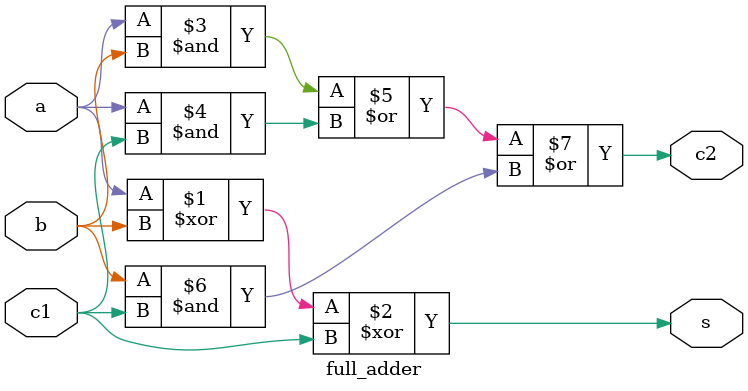
<source format=v>
module full_adder(input a, b, c1, output s, c2);
	assign s = a ^ b ^ c1;
	assign c2 = (a & b) | (a & c1) | (b & c1);
endmodule

</source>
